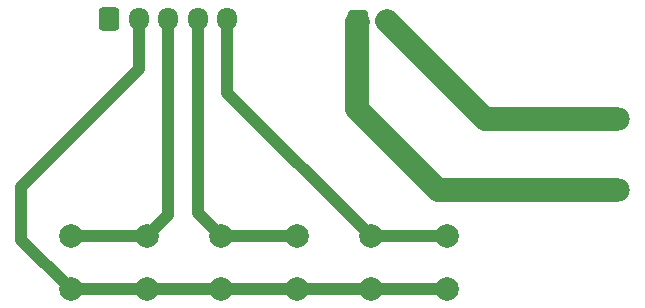
<source format=gbr>
G04 #@! TF.GenerationSoftware,KiCad,Pcbnew,(6.0.4)*
G04 #@! TF.CreationDate,2022-07-19T16:13:39+09:00*
G04 #@! TF.ProjectId,io_board for cnc,696f5f62-6f61-4726-9420-666f7220636e,rev?*
G04 #@! TF.SameCoordinates,Original*
G04 #@! TF.FileFunction,Copper,L2,Bot*
G04 #@! TF.FilePolarity,Positive*
%FSLAX46Y46*%
G04 Gerber Fmt 4.6, Leading zero omitted, Abs format (unit mm)*
G04 Created by KiCad (PCBNEW (6.0.4)) date 2022-07-19 16:13:39*
%MOMM*%
%LPD*%
G01*
G04 APERTURE LIST*
G04 Aperture macros list*
%AMRoundRect*
0 Rectangle with rounded corners*
0 $1 Rounding radius*
0 $2 $3 $4 $5 $6 $7 $8 $9 X,Y pos of 4 corners*
0 Add a 4 corners polygon primitive as box body*
4,1,4,$2,$3,$4,$5,$6,$7,$8,$9,$2,$3,0*
0 Add four circle primitives for the rounded corners*
1,1,$1+$1,$2,$3*
1,1,$1+$1,$4,$5*
1,1,$1+$1,$6,$7*
1,1,$1+$1,$8,$9*
0 Add four rect primitives between the rounded corners*
20,1,$1+$1,$2,$3,$4,$5,0*
20,1,$1+$1,$4,$5,$6,$7,0*
20,1,$1+$1,$6,$7,$8,$9,0*
20,1,$1+$1,$8,$9,$2,$3,0*%
G04 Aperture macros list end*
G04 #@! TA.AperFunction,ComponentPad*
%ADD10C,2.000000*%
G04 #@! TD*
G04 #@! TA.AperFunction,ComponentPad*
%ADD11RoundRect,0.250000X-0.600000X-0.750000X0.600000X-0.750000X0.600000X0.750000X-0.600000X0.750000X0*%
G04 #@! TD*
G04 #@! TA.AperFunction,ComponentPad*
%ADD12O,1.700000X2.000000*%
G04 #@! TD*
G04 #@! TA.AperFunction,ComponentPad*
%ADD13RoundRect,0.250000X-0.600000X-0.725000X0.600000X-0.725000X0.600000X0.725000X-0.600000X0.725000X0*%
G04 #@! TD*
G04 #@! TA.AperFunction,ComponentPad*
%ADD14O,1.700000X1.950000*%
G04 #@! TD*
G04 #@! TA.AperFunction,ComponentPad*
%ADD15O,4.000000X2.000000*%
G04 #@! TD*
G04 #@! TA.AperFunction,Conductor*
%ADD16C,2.000000*%
G04 #@! TD*
G04 #@! TA.AperFunction,Conductor*
%ADD17C,1.000000*%
G04 #@! TD*
G04 APERTURE END LIST*
D10*
X121008000Y-135890000D03*
X127508000Y-135890000D03*
X121008000Y-131390000D03*
X127508000Y-131390000D03*
D11*
X145308000Y-113267000D03*
D12*
X147808000Y-113267000D03*
D13*
X124286000Y-113013000D03*
D14*
X126786000Y-113013000D03*
X129286000Y-113013000D03*
X131786000Y-113013000D03*
X134286000Y-113013000D03*
D10*
X133708000Y-135890000D03*
X140208000Y-135890000D03*
X140208000Y-131390000D03*
X133708000Y-131390000D03*
D15*
X166370000Y-127508000D03*
X166370000Y-121508000D03*
D10*
X146408000Y-135890000D03*
X152908000Y-135890000D03*
X152908000Y-131390000D03*
X146408000Y-131390000D03*
D16*
X152146000Y-127508000D02*
X166370000Y-127508000D01*
X145288000Y-113287000D02*
X145288000Y-120650000D01*
X145288000Y-120650000D02*
X152146000Y-127508000D01*
X145308000Y-113267000D02*
X145288000Y-113287000D01*
D17*
X121008000Y-135890000D02*
X127508000Y-135890000D01*
X116840000Y-131722000D02*
X121008000Y-135890000D01*
X126786000Y-113013000D02*
X126786000Y-117308000D01*
X127508000Y-135890000D02*
X133708000Y-135890000D01*
X126786000Y-117308000D02*
X116840000Y-127254000D01*
X116840000Y-127254000D02*
X116840000Y-131722000D01*
X133708000Y-135890000D02*
X152908000Y-135890000D01*
X127508000Y-131390000D02*
X121008000Y-131390000D01*
X129286000Y-129612000D02*
X129286000Y-113013000D01*
X127508000Y-131390000D02*
X129286000Y-129612000D01*
X133708000Y-131390000D02*
X131786000Y-129468000D01*
X131786000Y-129468000D02*
X131786000Y-113013000D01*
X140208000Y-131390000D02*
X133708000Y-131390000D01*
X152908000Y-131390000D02*
X146408000Y-131390000D01*
X146408000Y-131390000D02*
X134286000Y-119268000D01*
X134286000Y-119268000D02*
X134286000Y-113013000D01*
D16*
X156111134Y-121508000D02*
X147839067Y-113235933D01*
X166370000Y-121508000D02*
X156111134Y-121508000D01*
M02*

</source>
